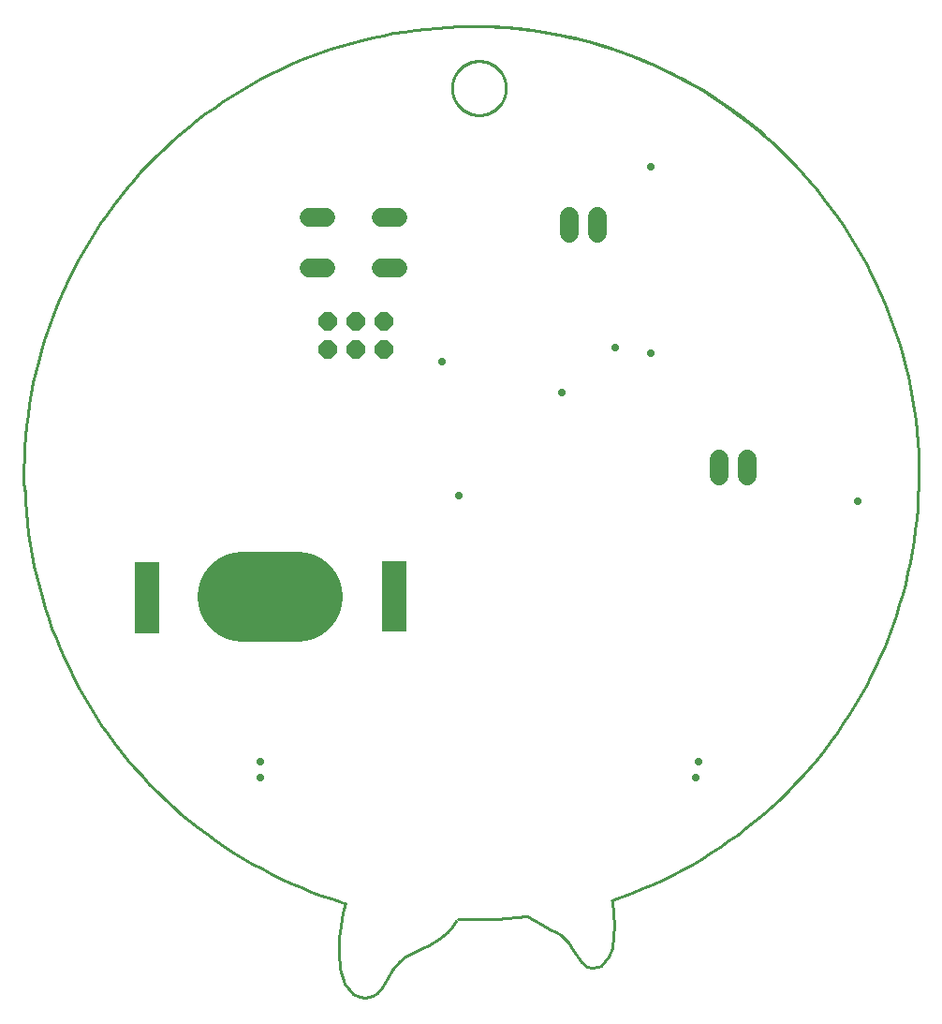
<source format=gbs>
G75*
%MOIN*%
%OFA0B0*%
%FSLAX25Y25*%
%IPPOS*%
%LPD*%
%AMOC8*
5,1,8,0,0,1.08239X$1,22.5*
%
%ADD10C,0.01000*%
%ADD11OC8,0.06500*%
%ADD12R,0.08500X0.13000*%
%ADD13C,0.31996*%
%ADD14C,0.06500*%
%ADD15OC8,0.02800*%
D10*
X0128781Y0013704D02*
X0125829Y0017395D01*
X0124106Y0022562D01*
X0123614Y0028714D01*
X0123860Y0033635D01*
X0124352Y0038064D01*
X0125090Y0042739D01*
X0126075Y0046184D01*
X0125336Y0046184D01*
X0145268Y0025269D02*
X0147482Y0026991D01*
X0149943Y0028468D01*
X0153388Y0030190D01*
X0155848Y0031174D01*
X0159293Y0033389D01*
X0162246Y0035604D01*
X0164214Y0037818D01*
X0165445Y0039787D01*
X0145268Y0025269D02*
X0142807Y0022316D01*
X0141085Y0019363D01*
X0139116Y0015919D01*
X0137394Y0014196D01*
X0135671Y0012966D01*
X0133210Y0012228D01*
X0130996Y0012720D01*
X0128781Y0013704D01*
X0190789Y0041263D02*
X0193004Y0040033D01*
X0195957Y0038310D01*
X0198663Y0036834D01*
X0201124Y0035604D01*
X0202846Y0034619D01*
X0205553Y0031913D01*
X0207029Y0029452D01*
X0209982Y0025023D01*
X0211951Y0023546D01*
X0213673Y0023054D01*
X0216134Y0023546D01*
X0217118Y0023793D01*
X0219579Y0026991D01*
X0221055Y0030190D01*
X0221547Y0034373D01*
X0221793Y0038064D01*
X0221547Y0042247D01*
X0221055Y0047169D01*
X0274943Y0319560D02*
X0272010Y0322021D01*
X0269019Y0324411D01*
X0265972Y0326729D01*
X0262869Y0328973D01*
X0259715Y0331142D01*
X0256509Y0333235D01*
X0253253Y0335251D01*
X0249951Y0337188D01*
X0246603Y0339045D01*
X0243211Y0340822D01*
X0239778Y0342517D01*
X0236306Y0344129D01*
X0232795Y0345657D01*
X0229250Y0347102D01*
X0225670Y0348460D01*
X0222059Y0349733D01*
X0218419Y0350919D01*
X0214751Y0352017D01*
X0211058Y0353027D01*
X0207342Y0353949D01*
X0203605Y0354781D01*
X0199849Y0355523D01*
X0196076Y0356176D01*
X0192289Y0356737D01*
X0188489Y0357208D01*
X0184679Y0357588D01*
X0180862Y0357877D01*
X0177038Y0358073D01*
X0173211Y0358179D01*
X0169382Y0358192D01*
X0163956Y0336046D02*
X0163959Y0336282D01*
X0163968Y0336517D01*
X0163982Y0336753D01*
X0164002Y0336988D01*
X0164028Y0337222D01*
X0164060Y0337456D01*
X0164097Y0337689D01*
X0164141Y0337921D01*
X0164189Y0338151D01*
X0164244Y0338381D01*
X0164304Y0338609D01*
X0164370Y0338835D01*
X0164441Y0339060D01*
X0164518Y0339283D01*
X0164600Y0339504D01*
X0164687Y0339723D01*
X0164780Y0339940D01*
X0164879Y0340154D01*
X0164982Y0340366D01*
X0165091Y0340576D01*
X0165204Y0340782D01*
X0165323Y0340986D01*
X0165447Y0341187D01*
X0165575Y0341384D01*
X0165709Y0341579D01*
X0165847Y0341770D01*
X0165990Y0341958D01*
X0166137Y0342142D01*
X0166289Y0342322D01*
X0166445Y0342499D01*
X0166606Y0342672D01*
X0166770Y0342841D01*
X0166939Y0343005D01*
X0167112Y0343166D01*
X0167289Y0343322D01*
X0167469Y0343474D01*
X0167653Y0343621D01*
X0167841Y0343764D01*
X0168032Y0343902D01*
X0168227Y0344036D01*
X0168424Y0344164D01*
X0168625Y0344288D01*
X0168829Y0344407D01*
X0169035Y0344520D01*
X0169245Y0344629D01*
X0169457Y0344732D01*
X0169671Y0344831D01*
X0169888Y0344924D01*
X0170107Y0345011D01*
X0170328Y0345093D01*
X0170551Y0345170D01*
X0170776Y0345241D01*
X0171002Y0345307D01*
X0171230Y0345367D01*
X0171460Y0345422D01*
X0171690Y0345470D01*
X0171922Y0345514D01*
X0172155Y0345551D01*
X0172389Y0345583D01*
X0172623Y0345609D01*
X0172858Y0345629D01*
X0173094Y0345643D01*
X0173329Y0345652D01*
X0173565Y0345655D01*
X0173801Y0345652D01*
X0174036Y0345643D01*
X0174272Y0345629D01*
X0174507Y0345609D01*
X0174741Y0345583D01*
X0174975Y0345551D01*
X0175208Y0345514D01*
X0175440Y0345470D01*
X0175670Y0345422D01*
X0175900Y0345367D01*
X0176128Y0345307D01*
X0176354Y0345241D01*
X0176579Y0345170D01*
X0176802Y0345093D01*
X0177023Y0345011D01*
X0177242Y0344924D01*
X0177459Y0344831D01*
X0177673Y0344732D01*
X0177885Y0344629D01*
X0178095Y0344520D01*
X0178301Y0344407D01*
X0178505Y0344288D01*
X0178706Y0344164D01*
X0178903Y0344036D01*
X0179098Y0343902D01*
X0179289Y0343764D01*
X0179477Y0343621D01*
X0179661Y0343474D01*
X0179841Y0343322D01*
X0180018Y0343166D01*
X0180191Y0343005D01*
X0180360Y0342841D01*
X0180524Y0342672D01*
X0180685Y0342499D01*
X0180841Y0342322D01*
X0180993Y0342142D01*
X0181140Y0341958D01*
X0181283Y0341770D01*
X0181421Y0341579D01*
X0181555Y0341384D01*
X0181683Y0341187D01*
X0181807Y0340986D01*
X0181926Y0340782D01*
X0182039Y0340576D01*
X0182148Y0340366D01*
X0182251Y0340154D01*
X0182350Y0339940D01*
X0182443Y0339723D01*
X0182530Y0339504D01*
X0182612Y0339283D01*
X0182689Y0339060D01*
X0182760Y0338835D01*
X0182826Y0338609D01*
X0182886Y0338381D01*
X0182941Y0338151D01*
X0182989Y0337921D01*
X0183033Y0337689D01*
X0183070Y0337456D01*
X0183102Y0337222D01*
X0183128Y0336988D01*
X0183148Y0336753D01*
X0183162Y0336517D01*
X0183171Y0336282D01*
X0183174Y0336046D01*
X0183171Y0335810D01*
X0183162Y0335575D01*
X0183148Y0335339D01*
X0183128Y0335104D01*
X0183102Y0334870D01*
X0183070Y0334636D01*
X0183033Y0334403D01*
X0182989Y0334171D01*
X0182941Y0333941D01*
X0182886Y0333711D01*
X0182826Y0333483D01*
X0182760Y0333257D01*
X0182689Y0333032D01*
X0182612Y0332809D01*
X0182530Y0332588D01*
X0182443Y0332369D01*
X0182350Y0332152D01*
X0182251Y0331938D01*
X0182148Y0331726D01*
X0182039Y0331516D01*
X0181926Y0331310D01*
X0181807Y0331106D01*
X0181683Y0330905D01*
X0181555Y0330708D01*
X0181421Y0330513D01*
X0181283Y0330322D01*
X0181140Y0330134D01*
X0180993Y0329950D01*
X0180841Y0329770D01*
X0180685Y0329593D01*
X0180524Y0329420D01*
X0180360Y0329251D01*
X0180191Y0329087D01*
X0180018Y0328926D01*
X0179841Y0328770D01*
X0179661Y0328618D01*
X0179477Y0328471D01*
X0179289Y0328328D01*
X0179098Y0328190D01*
X0178903Y0328056D01*
X0178706Y0327928D01*
X0178505Y0327804D01*
X0178301Y0327685D01*
X0178095Y0327572D01*
X0177885Y0327463D01*
X0177673Y0327360D01*
X0177459Y0327261D01*
X0177242Y0327168D01*
X0177023Y0327081D01*
X0176802Y0326999D01*
X0176579Y0326922D01*
X0176354Y0326851D01*
X0176128Y0326785D01*
X0175900Y0326725D01*
X0175670Y0326670D01*
X0175440Y0326622D01*
X0175208Y0326578D01*
X0174975Y0326541D01*
X0174741Y0326509D01*
X0174507Y0326483D01*
X0174272Y0326463D01*
X0174036Y0326449D01*
X0173801Y0326440D01*
X0173565Y0326437D01*
X0173329Y0326440D01*
X0173094Y0326449D01*
X0172858Y0326463D01*
X0172623Y0326483D01*
X0172389Y0326509D01*
X0172155Y0326541D01*
X0171922Y0326578D01*
X0171690Y0326622D01*
X0171460Y0326670D01*
X0171230Y0326725D01*
X0171002Y0326785D01*
X0170776Y0326851D01*
X0170551Y0326922D01*
X0170328Y0326999D01*
X0170107Y0327081D01*
X0169888Y0327168D01*
X0169671Y0327261D01*
X0169457Y0327360D01*
X0169245Y0327463D01*
X0169035Y0327572D01*
X0168829Y0327685D01*
X0168625Y0327804D01*
X0168424Y0327928D01*
X0168227Y0328056D01*
X0168032Y0328190D01*
X0167841Y0328328D01*
X0167653Y0328471D01*
X0167469Y0328618D01*
X0167289Y0328770D01*
X0167112Y0328926D01*
X0166939Y0329087D01*
X0166770Y0329251D01*
X0166606Y0329420D01*
X0166445Y0329593D01*
X0166289Y0329770D01*
X0166137Y0329950D01*
X0165990Y0330134D01*
X0165847Y0330322D01*
X0165709Y0330513D01*
X0165575Y0330708D01*
X0165447Y0330905D01*
X0165323Y0331106D01*
X0165204Y0331310D01*
X0165091Y0331516D01*
X0164982Y0331726D01*
X0164879Y0331938D01*
X0164780Y0332152D01*
X0164687Y0332369D01*
X0164600Y0332588D01*
X0164518Y0332809D01*
X0164441Y0333032D01*
X0164370Y0333257D01*
X0164304Y0333483D01*
X0164244Y0333711D01*
X0164189Y0333941D01*
X0164141Y0334171D01*
X0164097Y0334403D01*
X0164060Y0334636D01*
X0164028Y0334870D01*
X0164002Y0335104D01*
X0163982Y0335339D01*
X0163968Y0335575D01*
X0163959Y0335810D01*
X0163956Y0336046D01*
X0190543Y0041510D02*
X0187044Y0041101D01*
X0183537Y0040769D01*
X0180023Y0040515D01*
X0176504Y0040339D01*
X0172983Y0040241D01*
X0169460Y0040221D01*
X0165937Y0040280D01*
X0220809Y0047169D02*
X0224504Y0048447D01*
X0228165Y0049814D01*
X0231792Y0051272D01*
X0235383Y0052817D01*
X0238934Y0054451D01*
X0242445Y0056170D01*
X0245912Y0057975D01*
X0249334Y0059865D01*
X0252708Y0061837D01*
X0256034Y0063892D01*
X0259308Y0066028D01*
X0262528Y0068243D01*
X0265694Y0070536D01*
X0268802Y0072907D01*
X0271852Y0075352D01*
X0274840Y0077872D01*
X0277766Y0080464D01*
X0280628Y0083127D01*
X0283423Y0085859D01*
X0286151Y0088659D01*
X0288809Y0091525D01*
X0291397Y0094455D01*
X0293912Y0097447D01*
X0296352Y0100501D01*
X0298718Y0103613D01*
X0301006Y0106782D01*
X0303216Y0110006D01*
X0305346Y0113283D01*
X0307396Y0116612D01*
X0309363Y0119990D01*
X0311247Y0123415D01*
X0313047Y0126885D01*
X0314761Y0130398D01*
X0316388Y0133952D01*
X0317928Y0137545D01*
X0319379Y0141174D01*
X0320742Y0144838D01*
X0322014Y0148534D01*
X0323195Y0152261D01*
X0324284Y0156015D01*
X0325281Y0159794D01*
X0326185Y0163597D01*
X0326996Y0167421D01*
X0327713Y0171264D01*
X0328336Y0175123D01*
X0328864Y0178996D01*
X0329297Y0182881D01*
X0329634Y0186775D01*
X0329877Y0190677D01*
X0330023Y0194583D01*
X0330074Y0198491D01*
X0330029Y0202400D01*
X0329888Y0206306D01*
X0329652Y0210208D01*
X0329320Y0214103D01*
X0328893Y0217989D01*
X0328371Y0221863D01*
X0327754Y0225723D01*
X0327043Y0229566D01*
X0326238Y0233391D01*
X0325339Y0237196D01*
X0324348Y0240977D01*
X0323264Y0244732D01*
X0322088Y0248460D01*
X0320822Y0252158D01*
X0319465Y0255824D01*
X0318019Y0259456D01*
X0316485Y0263051D01*
X0314863Y0266608D01*
X0313154Y0270123D01*
X0311360Y0273596D01*
X0309481Y0277024D01*
X0307518Y0280405D01*
X0305474Y0283736D01*
X0303349Y0287017D01*
X0301143Y0290244D01*
X0298860Y0293417D01*
X0296499Y0296533D01*
X0294063Y0299590D01*
X0291553Y0302586D01*
X0288970Y0305520D01*
X0286316Y0308390D01*
X0283592Y0311194D01*
X0280801Y0313930D01*
X0277943Y0316597D01*
X0275021Y0319194D01*
X0272036Y0321718D01*
X0268991Y0324168D01*
X0265886Y0326543D01*
X0262724Y0328841D01*
X0259506Y0331061D01*
X0256236Y0333201D01*
X0252913Y0335261D01*
X0249542Y0337239D01*
X0246123Y0339134D01*
X0242658Y0340944D01*
X0239150Y0342669D01*
X0235601Y0344307D01*
X0232013Y0345858D01*
X0228388Y0347321D01*
X0224729Y0348694D01*
X0221036Y0349978D01*
X0217314Y0351170D01*
X0213563Y0352271D01*
X0209787Y0353280D01*
X0205987Y0354196D01*
X0202165Y0355019D01*
X0198325Y0355748D01*
X0194468Y0356383D01*
X0190596Y0356922D01*
X0186713Y0357367D01*
X0182819Y0357717D01*
X0178919Y0357971D01*
X0175013Y0358130D01*
X0171105Y0358193D01*
X0170120Y0357947D02*
X0166250Y0357890D01*
X0162382Y0357740D01*
X0158519Y0357496D01*
X0154663Y0357157D01*
X0150817Y0356725D01*
X0146982Y0356199D01*
X0143161Y0355580D01*
X0139356Y0354868D01*
X0135570Y0354064D01*
X0131805Y0353167D01*
X0128062Y0352180D01*
X0124345Y0351101D01*
X0120655Y0349933D01*
X0116994Y0348674D01*
X0113366Y0347327D01*
X0109771Y0345892D01*
X0106212Y0344370D01*
X0102691Y0342762D01*
X0099211Y0341069D01*
X0095772Y0339291D01*
X0092378Y0337430D01*
X0089031Y0335487D01*
X0085731Y0333463D01*
X0082482Y0331359D01*
X0079285Y0329177D01*
X0076143Y0326918D01*
X0073056Y0324583D01*
X0070027Y0322173D01*
X0067057Y0319690D01*
X0064149Y0317136D01*
X0061304Y0314512D01*
X0058523Y0311819D01*
X0055809Y0309059D01*
X0053163Y0306234D01*
X0050587Y0303346D01*
X0048081Y0300395D01*
X0045649Y0297384D01*
X0043290Y0294316D01*
X0041007Y0291190D01*
X0038800Y0288010D01*
X0036672Y0284777D01*
X0034623Y0281493D01*
X0032654Y0278161D01*
X0030767Y0274781D01*
X0028963Y0271356D01*
X0027243Y0267889D01*
X0025608Y0264380D01*
X0024059Y0260833D01*
X0022597Y0257250D01*
X0021222Y0253631D01*
X0019936Y0249980D01*
X0018739Y0246300D01*
X0017632Y0242591D01*
X0016616Y0238856D01*
X0015691Y0235097D01*
X0014858Y0231317D01*
X0014117Y0227518D01*
X0013468Y0223702D01*
X0012913Y0219871D01*
X0012452Y0216028D01*
X0012084Y0212175D01*
X0011810Y0208314D01*
X0011630Y0204448D01*
X0011544Y0200578D01*
X0011552Y0196708D01*
X0011655Y0192838D01*
X0011901Y0193083D02*
X0012085Y0189214D01*
X0012364Y0185351D01*
X0012736Y0181495D01*
X0013202Y0177650D01*
X0013761Y0173817D01*
X0014414Y0169999D01*
X0015159Y0166197D01*
X0015997Y0162416D01*
X0016926Y0158655D01*
X0017947Y0154919D01*
X0019058Y0151208D01*
X0020260Y0147525D01*
X0021550Y0143873D01*
X0022930Y0140253D01*
X0024397Y0136668D01*
X0025951Y0133120D01*
X0027590Y0129611D01*
X0029315Y0126143D01*
X0031124Y0122717D01*
X0033015Y0119337D01*
X0034989Y0116004D01*
X0037043Y0112719D01*
X0039176Y0109486D01*
X0041387Y0106306D01*
X0043675Y0103180D01*
X0046039Y0100111D01*
X0048476Y0097101D01*
X0050986Y0094151D01*
X0053567Y0091262D01*
X0056218Y0088438D01*
X0058937Y0085679D01*
X0061722Y0082987D01*
X0064572Y0080363D01*
X0067484Y0077810D01*
X0070459Y0075328D01*
X0073492Y0072919D01*
X0076584Y0070585D01*
X0079731Y0068327D01*
X0082932Y0066147D01*
X0086186Y0064044D01*
X0089490Y0062022D01*
X0092842Y0060081D01*
X0096240Y0058222D01*
X0099682Y0056446D01*
X0103167Y0054754D01*
X0106692Y0053148D01*
X0110255Y0051629D01*
X0113854Y0050196D01*
X0117486Y0048851D01*
X0121151Y0047596D01*
X0124845Y0046429D01*
D11*
X0129559Y0242897D03*
X0129559Y0252897D03*
X0139559Y0252897D03*
X0139559Y0242897D03*
X0119559Y0242897D03*
X0119559Y0252897D03*
D12*
X0143254Y0161444D03*
X0143254Y0148944D03*
X0055254Y0148444D03*
X0055254Y0160944D03*
D13*
X0089412Y0154944D02*
X0109096Y0154944D01*
D14*
X0113129Y0272127D02*
X0119129Y0272127D01*
X0119129Y0289927D02*
X0113129Y0289927D01*
X0138729Y0289927D02*
X0144729Y0289927D01*
X0144729Y0272127D02*
X0138729Y0272127D01*
X0205671Y0284449D02*
X0205671Y0290449D01*
X0215671Y0290449D02*
X0215671Y0284449D01*
X0259018Y0204032D02*
X0259018Y0198032D01*
X0269018Y0198032D02*
X0269018Y0204032D01*
D15*
X0095703Y0090569D03*
X0095703Y0096531D03*
X0166256Y0190933D03*
X0203023Y0227700D03*
X0221903Y0243599D03*
X0234822Y0241611D03*
X0234822Y0308189D03*
X0160294Y0238630D03*
X0251714Y0096531D03*
X0250721Y0090569D03*
X0308355Y0188945D03*
M02*

</source>
